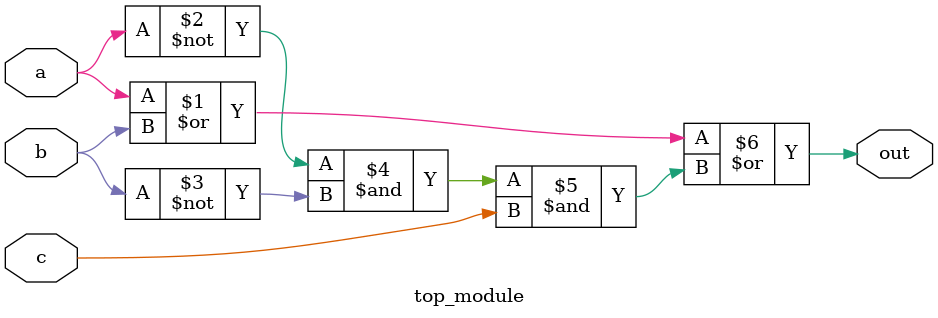
<source format=v>
module top_module(
    input a,
    input b,
    input c,
    output out  ); 
    
    assign out = a | b | ~a & ~b & c;
    //assign out = a | b | c; 卡诺图化简

endmodule

</source>
